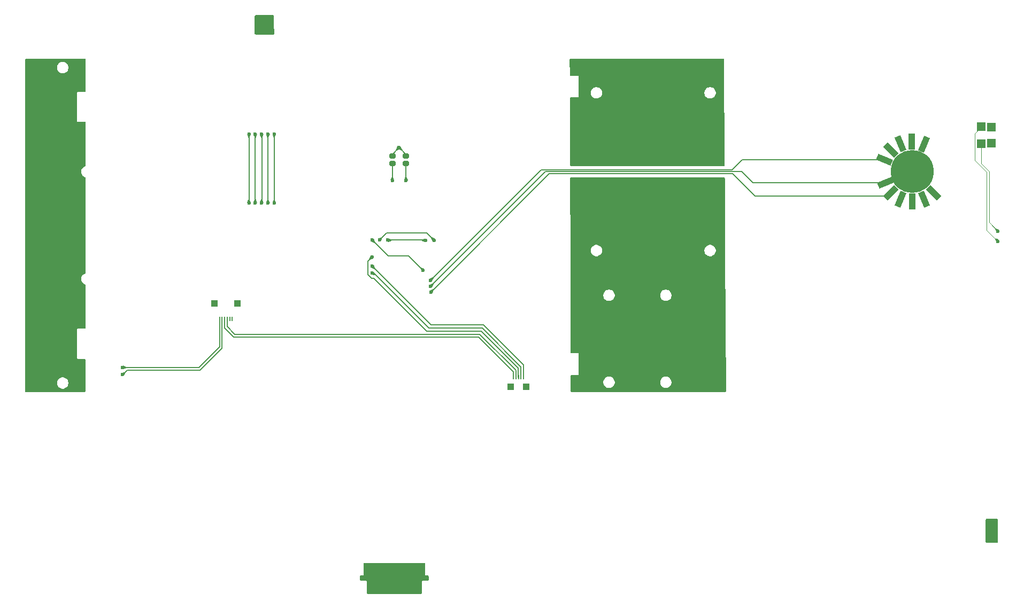
<source format=gbl>
%TF.GenerationSoftware,KiCad,Pcbnew,9.0.3*%
%TF.CreationDate,2025-09-09T23:23:58+03:00*%
%TF.ProjectId,Back,4261636b-2e6b-4696-9361-645f70636258,rev?*%
%TF.SameCoordinates,Original*%
%TF.FileFunction,Copper,L2,Bot*%
%TF.FilePolarity,Positive*%
%FSLAX46Y46*%
G04 Gerber Fmt 4.6, Leading zero omitted, Abs format (unit mm)*
G04 Created by KiCad (PCBNEW 9.0.3) date 2025-09-09 23:23:58*
%MOMM*%
%LPD*%
G01*
G04 APERTURE LIST*
G04 Aperture macros list*
%AMRoundRect*
0 Rectangle with rounded corners*
0 $1 Rounding radius*
0 $2 $3 $4 $5 $6 $7 $8 $9 X,Y pos of 4 corners*
0 Add a 4 corners polygon primitive as box body*
4,1,4,$2,$3,$4,$5,$6,$7,$8,$9,$2,$3,0*
0 Add four circle primitives for the rounded corners*
1,1,$1+$1,$2,$3*
1,1,$1+$1,$4,$5*
1,1,$1+$1,$6,$7*
1,1,$1+$1,$8,$9*
0 Add four rect primitives between the rounded corners*
20,1,$1+$1,$2,$3,$4,$5,0*
20,1,$1+$1,$4,$5,$6,$7,0*
20,1,$1+$1,$6,$7,$8,$9,0*
20,1,$1+$1,$8,$9,$2,$3,0*%
%AMRotRect*
0 Rectangle, with rotation*
0 The origin of the aperture is its center*
0 $1 length*
0 $2 width*
0 $3 Rotation angle, in degrees counterclockwise*
0 Add horizontal line*
21,1,$1,$2,0,0,$3*%
G04 Aperture macros list end*
%TA.AperFunction,SMDPad,CuDef*%
%ADD10R,1.400000X1.400000*%
%TD*%
%TA.AperFunction,SMDPad,CuDef*%
%ADD11R,1.000000X2.500000*%
%TD*%
%TA.AperFunction,SMDPad,CuDef*%
%ADD12RotRect,1.000000X2.500000X22.500000*%
%TD*%
%TA.AperFunction,SMDPad,CuDef*%
%ADD13RotRect,1.000000X2.500000X337.500000*%
%TD*%
%TA.AperFunction,SMDPad,CuDef*%
%ADD14RotRect,1.000000X2.500000X45.000000*%
%TD*%
%TA.AperFunction,SMDPad,CuDef*%
%ADD15RotRect,1.000000X2.500000X67.500000*%
%TD*%
%TA.AperFunction,SMDPad,CuDef*%
%ADD16RotRect,1.000000X2.500000X135.000000*%
%TD*%
%TA.AperFunction,SMDPad,CuDef*%
%ADD17RotRect,1.000000X2.500000X225.000000*%
%TD*%
%TA.AperFunction,SMDPad,CuDef*%
%ADD18RotRect,1.000000X2.500000X202.500000*%
%TD*%
%TA.AperFunction,SMDPad,CuDef*%
%ADD19RotRect,1.000000X2.500000X157.500000*%
%TD*%
%TA.AperFunction,SMDPad,CuDef*%
%ADD20C,6.800000*%
%TD*%
%TA.AperFunction,SMDPad,CuDef*%
%ADD21RotRect,1.000000X2.500000X112.500000*%
%TD*%
%TA.AperFunction,SMDPad,CuDef*%
%ADD22RoundRect,0.200000X-0.300000X0.200000X-0.300000X-0.200000X0.300000X-0.200000X0.300000X0.200000X0*%
%TD*%
%TA.AperFunction,SMDPad,CuDef*%
%ADD23R,0.240000X0.800000*%
%TD*%
%TA.AperFunction,SMDPad,CuDef*%
%ADD24R,1.000000X1.000000*%
%TD*%
%TA.AperFunction,ViaPad*%
%ADD25C,0.600000*%
%TD*%
%TA.AperFunction,Conductor*%
%ADD26C,0.200000*%
%TD*%
%TA.AperFunction,Conductor*%
%ADD27C,0.100000*%
%TD*%
G04 APERTURE END LIST*
D10*
%TO.P,SW14,4*%
%TO.N,N/C*%
X212520000Y-60900000D03*
%TO.P,SW14,3*%
X212520000Y-63520000D03*
%TO.P,SW14,2,B*%
%TO.N,Net-(J3-Pin_5)*%
X210940000Y-60880000D03*
%TO.P,SW14,1,A*%
%TO.N,Net-(J3-Pin_4)*%
X210920000Y-63530000D03*
%TD*%
D11*
%TO.P,SW12,3,A*%
%TO.N,Net-(J1-Pin_34)*%
X199970000Y-63240000D03*
D12*
X198190000Y-63600000D03*
D13*
X201840000Y-63610000D03*
D14*
X196660000Y-64610000D03*
D15*
X195620000Y-66130000D03*
D16*
%TO.P,SW12,2,C*%
%TO.N,Net-(J1-Pin_33)*%
X196620000Y-71350000D03*
D17*
X203370000Y-71360000D03*
D18*
X201860000Y-72380000D03*
D19*
X198180000Y-72390000D03*
D11*
X200030000Y-72750000D03*
D20*
%TO.P,SW12,1,B*%
%TO.N,Net-(J1-Pin_32)*%
X200000000Y-68000000D03*
D21*
X195750000Y-69780000D03*
%TD*%
D22*
%TO.P,C2,1*%
%TO.N,Net-(J1-Pin_28)*%
X119850000Y-65490000D03*
%TO.P,C2,2*%
%TO.N,Net-(J1-Pin_26)*%
X119850000Y-66690000D03*
%TD*%
%TO.P,C1,1*%
%TO.N,Net-(J1-Pin_28)*%
X117710000Y-65490000D03*
%TO.P,C1,2*%
%TO.N,Net-(J1-Pin_25)*%
X117710000Y-66690000D03*
%TD*%
D23*
%TO.P,J5,1,Pin_1*%
%TO.N,Net-(J5-Pin_1)*%
X90350000Y-91360000D03*
%TO.P,J5,2,Pin_2*%
%TO.N,Net-(J5-Pin_2)*%
X90750000Y-91360000D03*
%TO.P,J5,3,Pin_3*%
%TO.N,Net-(J2-Pin_5)*%
X91150000Y-91360000D03*
%TO.P,J5,4,Pin_4*%
%TO.N,Net-(J2-Pin_4)*%
X91550000Y-91360000D03*
%TO.P,J5,5,Pin_5*%
%TO.N,unconnected-(J5-Pin_5-Pad5)*%
X91950000Y-91360000D03*
%TO.P,J5,6,Pin_6*%
%TO.N,unconnected-(J5-Pin_6-Pad6)*%
X92350000Y-91360000D03*
D24*
%TO.P,J5,SH*%
%TO.N,N/C*%
X89530000Y-88860000D03*
X93170000Y-88860000D03*
%TD*%
D23*
%TO.P,J2,1,Pin_1*%
%TO.N,Net-(J1-Pin_14)*%
X138460000Y-100545000D03*
%TO.P,J2,2,Pin_2*%
%TO.N,Net-(J1-Pin_13)*%
X138060000Y-100545000D03*
%TO.P,J2,3,Pin_3*%
%TO.N,Net-(J1-Pin_15)*%
X137660000Y-100545000D03*
%TO.P,J2,4,Pin_4*%
%TO.N,Net-(J2-Pin_4)*%
X137260000Y-100545000D03*
%TO.P,J2,5,Pin_5*%
%TO.N,Net-(J2-Pin_5)*%
X136860000Y-100545000D03*
D24*
%TO.P,J2,SH*%
%TO.N,N/C*%
X138900000Y-102095000D03*
X136420000Y-102095000D03*
%TD*%
D25*
%TO.N,Net-(J3-Pin_5)*%
X213580000Y-79030000D03*
%TO.N,Net-(J3-Pin_4)*%
X213600000Y-77450000D03*
%TO.N,Net-(J1-Pin_28)*%
X118770000Y-64180000D03*
%TO.N,Net-(J1-Pin_26)*%
X119850000Y-69420000D03*
%TO.N,Net-(J1-Pin_25)*%
X117710000Y-69400000D03*
%TO.N,Net-(J1-Pin_30)*%
X122580000Y-83670000D03*
X114480000Y-78800000D03*
%TO.N,Net-(J1-Pin_17)*%
X116940000Y-78840000D03*
X122980000Y-78900000D03*
%TO.N,Net-(J1-Pin_16)*%
X124330000Y-78880000D03*
X115650000Y-78840000D03*
%TO.N,Net-(J1-Pin_14)*%
X114500000Y-82940000D03*
%TO.N,Net-(J5-Pin_1)*%
X75000000Y-99020000D03*
%TO.N,Net-(J5-Pin_2)*%
X75000000Y-100180000D03*
%TO.N,Net-(J1-Pin_32)*%
X123770000Y-86170000D03*
%TO.N,Net-(J1-Pin_33)*%
X123780000Y-87090000D03*
%TO.N,Net-(J1-Pin_34)*%
X123740000Y-85200000D03*
%TO.N,Net-(J1-Pin_13)*%
X114497128Y-84082872D03*
%TO.N,Net-(J1-Pin_15)*%
X114500000Y-81490000D03*
%TO.N,Net-(J1-Pin_9)*%
X97000000Y-73000000D03*
X97000000Y-62000000D03*
%TO.N,Net-(J1-Pin_5)*%
X95000000Y-73000000D03*
X95000000Y-62000000D03*
%TO.N,Net-(J1-Pin_7)*%
X96000000Y-73000000D03*
X96000000Y-62000000D03*
%TO.N,Net-(J1-Pin_10)*%
X98000000Y-73000000D03*
X98000000Y-62000000D03*
%TO.N,Net-(J1-Pin_11)*%
X99000000Y-73000000D03*
X99000000Y-62000000D03*
%TD*%
D26*
%TO.N,Net-(J1-Pin_33)*%
X123780000Y-87090000D02*
X142560000Y-68310000D01*
X142560000Y-68310000D02*
X171530000Y-68310000D01*
X175090000Y-71870000D02*
X196100000Y-71870000D01*
X171530000Y-68310000D02*
X175090000Y-71870000D01*
X196100000Y-71870000D02*
X196620000Y-71350000D01*
%TO.N,Net-(J1-Pin_32)*%
X123770000Y-86170000D02*
X141940000Y-68000000D01*
X173030000Y-68000000D02*
X174810000Y-69780000D01*
X141940000Y-68000000D02*
X173030000Y-68000000D01*
X174810000Y-69780000D02*
X195750000Y-69780000D01*
%TO.N,Net-(J1-Pin_34)*%
X123740000Y-85200000D02*
X123750000Y-85200000D01*
X141260000Y-67690000D02*
X171500000Y-67690000D01*
X123750000Y-85200000D02*
X141260000Y-67690000D01*
X173060000Y-66130000D02*
X195620000Y-66130000D01*
X171500000Y-67690000D02*
X173060000Y-66130000D01*
D27*
%TO.N,Net-(J3-Pin_4)*%
X212180000Y-76030000D02*
X212180000Y-67930000D01*
X210920000Y-66670000D02*
X210920000Y-63530000D01*
%TO.N,Net-(J3-Pin_5)*%
X211790000Y-68070000D02*
X209890000Y-66170000D01*
X209890000Y-66170000D02*
X209890000Y-61930000D01*
%TO.N,Net-(J3-Pin_4)*%
X212180000Y-67930000D02*
X210920000Y-66670000D01*
%TO.N,Net-(J3-Pin_5)*%
X209890000Y-61930000D02*
X210940000Y-60880000D01*
X213580000Y-79030000D02*
X211790000Y-77240000D01*
%TO.N,Net-(J3-Pin_4)*%
X213600000Y-77450000D02*
X212180000Y-76030000D01*
%TO.N,Net-(J3-Pin_5)*%
X211790000Y-77240000D02*
X211790000Y-68070000D01*
D26*
%TO.N,Net-(J1-Pin_28)*%
X118770000Y-64180000D02*
X117710000Y-65240000D01*
X117710000Y-65240000D02*
X117710000Y-65490000D01*
X118770000Y-64180000D02*
X118780000Y-64180000D01*
X118780000Y-64180000D02*
X119850000Y-65250000D01*
X119850000Y-65250000D02*
X119850000Y-65490000D01*
%TO.N,Net-(J1-Pin_25)*%
X117710000Y-66703183D02*
X117700000Y-66693183D01*
X117710000Y-69400000D02*
X117710000Y-66703183D01*
%TO.N,Net-(J1-Pin_26)*%
X119850000Y-69420000D02*
X119850000Y-66690000D01*
%TO.N,Net-(J5-Pin_1)*%
X75000000Y-99020000D02*
X87100000Y-99020000D01*
X87100000Y-99020000D02*
X90350000Y-95770000D01*
X90350000Y-95770000D02*
X90350000Y-91360000D01*
%TO.N,Net-(J5-Pin_2)*%
X90750000Y-95970000D02*
X90750000Y-91360000D01*
X75010000Y-100180000D02*
X75750000Y-99440000D01*
X75750000Y-99440000D02*
X87280000Y-99440000D01*
X87280000Y-99440000D02*
X90750000Y-95970000D01*
X75000000Y-100180000D02*
X75010000Y-100180000D01*
%TO.N,Net-(J1-Pin_14)*%
X138440000Y-100535000D02*
X138440000Y-98610000D01*
X138440000Y-98610000D02*
X132080000Y-92250000D01*
X132080000Y-92250000D02*
X123810000Y-92250000D01*
X123810000Y-92250000D02*
X114500000Y-82940000D01*
%TO.N,Net-(J1-Pin_13)*%
X114782872Y-84082872D02*
X123490000Y-92790000D01*
X123490000Y-92790000D02*
X131920000Y-92790000D01*
X138060000Y-98930000D02*
X138060000Y-100515000D01*
X131920000Y-92790000D02*
X138060000Y-98930000D01*
%TO.N,Net-(J1-Pin_15)*%
X114500000Y-81490000D02*
X113790000Y-82200000D01*
X113790000Y-82200000D02*
X113790000Y-84280000D01*
X113790000Y-84280000D02*
X114390000Y-84880000D01*
X114750000Y-84880000D02*
X123170000Y-93300000D01*
X123170000Y-93300000D02*
X131780000Y-93300000D01*
X114390000Y-84880000D02*
X114750000Y-84880000D01*
X131780000Y-93300000D02*
X137640000Y-99160000D01*
X137640000Y-99160000D02*
X137640000Y-100535000D01*
%TO.N,Net-(J2-Pin_4)*%
X91550000Y-91360000D02*
X91550000Y-92560000D01*
X131559000Y-93769000D02*
X137240000Y-99450000D01*
X91550000Y-92560000D02*
X92759000Y-93769000D01*
X92759000Y-93769000D02*
X131559000Y-93769000D01*
X137240000Y-99450000D02*
X137240000Y-100535000D01*
%TO.N,Net-(J1-Pin_30)*%
X122580000Y-83670000D02*
X120250000Y-81340000D01*
X120250000Y-81340000D02*
X117020000Y-81340000D01*
X117020000Y-81340000D02*
X114480000Y-78800000D01*
%TO.N,Net-(J1-Pin_17)*%
X122980000Y-78940000D02*
X122980000Y-78900000D01*
X122880000Y-78840000D02*
X122980000Y-78940000D01*
X116940000Y-78840000D02*
X122880000Y-78840000D01*
%TO.N,Net-(J1-Pin_16)*%
X115650000Y-78840000D02*
X116770000Y-77720000D01*
X116770000Y-77720000D02*
X123170000Y-77720000D01*
X123170000Y-77720000D02*
X124330000Y-78880000D01*
D27*
%TO.N,Net-(J1-Pin_13)*%
X114497128Y-84082872D02*
X114782872Y-84082872D01*
D26*
%TO.N,Net-(J1-Pin_9)*%
X97020000Y-62020000D02*
X97000000Y-62000000D01*
X97020000Y-72960000D02*
X97020000Y-62020000D01*
%TO.N,Net-(J1-Pin_5)*%
X95000000Y-62000000D02*
X95000000Y-73000000D01*
%TO.N,Net-(J1-Pin_7)*%
X95870000Y-73020000D02*
X96000000Y-72890000D01*
X96000000Y-72890000D02*
X96000000Y-62000000D01*
%TO.N,Net-(J1-Pin_10)*%
X98000000Y-72990000D02*
X98000000Y-62000000D01*
%TO.N,Net-(J1-Pin_11)*%
X99000000Y-62000000D02*
X99000000Y-72990000D01*
X99000000Y-72990000D02*
X99020000Y-73010000D01*
%TO.N,Net-(J2-Pin_5)*%
X91150000Y-91360000D02*
X91150000Y-92780000D01*
X92570000Y-94200000D02*
X131330000Y-94200000D01*
X131330000Y-94200000D02*
X136840000Y-99710000D01*
X91150000Y-92780000D02*
X92570000Y-94200000D01*
X136840000Y-99710000D02*
X136840000Y-100535000D01*
%TD*%
%TA.AperFunction,NonConductor*%
G36*
X98897539Y-43220185D02*
G01*
X98943294Y-43272989D01*
X98954500Y-43324500D01*
X98954500Y-45289992D01*
X98969799Y-45326928D01*
X98976583Y-45337080D01*
X98973639Y-45339047D01*
X98997166Y-45382133D01*
X99000000Y-45408491D01*
X99000000Y-46126000D01*
X98980315Y-46193039D01*
X98927511Y-46238794D01*
X98876000Y-46250000D01*
X96051362Y-46250000D01*
X96021921Y-46241355D01*
X95991935Y-46234832D01*
X95986919Y-46231077D01*
X95984323Y-46230315D01*
X95963681Y-46213681D01*
X95886319Y-46136319D01*
X95852834Y-46074996D01*
X95850000Y-46048638D01*
X95850000Y-45418491D01*
X95869685Y-45351452D01*
X95886319Y-45330810D01*
X95890200Y-45326929D01*
X95905500Y-45289991D01*
X95905500Y-43324500D01*
X95925185Y-43257461D01*
X95977989Y-43211706D01*
X96029500Y-43200500D01*
X98830500Y-43200500D01*
X98897539Y-43220185D01*
G37*
%TD.AperFunction*%
%TA.AperFunction,NonConductor*%
G36*
X69102715Y-50120185D02*
G01*
X69148470Y-50172989D01*
X69159675Y-50224686D01*
X69156547Y-52297485D01*
X69152171Y-55195687D01*
X69132385Y-55262697D01*
X69079512Y-55308372D01*
X69028171Y-55319500D01*
X67880007Y-55319500D01*
X67843071Y-55334799D01*
X67814799Y-55363071D01*
X67799500Y-55400007D01*
X67799500Y-60019992D01*
X67814799Y-60056928D01*
X67814800Y-60056929D01*
X67843071Y-60085200D01*
X67880009Y-60100500D01*
X67880011Y-60100500D01*
X69020579Y-60100500D01*
X69087618Y-60120185D01*
X69133373Y-60172989D01*
X69144579Y-60224687D01*
X69134305Y-67028668D01*
X69114519Y-67095678D01*
X69061646Y-67141353D01*
X69057758Y-67143042D01*
X68915456Y-67201985D01*
X68915446Y-67201990D01*
X68767965Y-67300535D01*
X68767961Y-67300538D01*
X68642538Y-67425961D01*
X68642535Y-67425965D01*
X68543990Y-67573446D01*
X68543983Y-67573459D01*
X68476106Y-67737332D01*
X68476103Y-67737341D01*
X68441500Y-67911304D01*
X68441500Y-68088695D01*
X68476103Y-68262658D01*
X68476106Y-68262667D01*
X68543983Y-68426540D01*
X68543990Y-68426553D01*
X68642535Y-68574034D01*
X68642538Y-68574038D01*
X68767961Y-68699461D01*
X68767965Y-68699464D01*
X68915446Y-68798009D01*
X68915459Y-68798016D01*
X69054825Y-68855743D01*
X69109229Y-68899584D01*
X69131294Y-68965878D01*
X69131373Y-68970491D01*
X69108624Y-84039306D01*
X69088838Y-84106316D01*
X69035965Y-84151991D01*
X69032076Y-84153680D01*
X68915459Y-84201983D01*
X68915446Y-84201990D01*
X68767965Y-84300535D01*
X68767961Y-84300538D01*
X68642538Y-84425961D01*
X68642535Y-84425965D01*
X68543990Y-84573446D01*
X68543983Y-84573459D01*
X68476106Y-84737332D01*
X68476103Y-84737341D01*
X68441500Y-84911304D01*
X68441500Y-85088695D01*
X68476103Y-85262658D01*
X68476106Y-85262667D01*
X68543983Y-85426540D01*
X68543990Y-85426553D01*
X68642535Y-85574034D01*
X68642538Y-85574038D01*
X68767961Y-85699461D01*
X68767965Y-85699464D01*
X68915446Y-85798009D01*
X68915453Y-85798013D01*
X69029178Y-85845119D01*
X69083580Y-85888958D01*
X69105646Y-85955252D01*
X69105725Y-85959866D01*
X69095436Y-92775687D01*
X69075650Y-92842697D01*
X69022777Y-92888372D01*
X68971436Y-92899500D01*
X67880007Y-92899500D01*
X67843071Y-92914799D01*
X67814799Y-92943071D01*
X67799500Y-92980007D01*
X67799500Y-97599992D01*
X67814799Y-97636928D01*
X67814800Y-97636929D01*
X67843071Y-97665200D01*
X67880009Y-97680500D01*
X67880011Y-97680500D01*
X68963844Y-97680500D01*
X69030883Y-97700185D01*
X69076638Y-97752989D01*
X69087843Y-97804685D01*
X69080958Y-102365896D01*
X69080339Y-102775687D01*
X69060553Y-102842697D01*
X69007680Y-102888372D01*
X68956339Y-102899500D01*
X59658849Y-102899500D01*
X59591810Y-102879815D01*
X59546055Y-102827011D01*
X59534849Y-102775500D01*
X59534849Y-101411304D01*
X64599500Y-101411304D01*
X64599500Y-101588695D01*
X64634103Y-101762658D01*
X64634106Y-101762667D01*
X64701983Y-101926540D01*
X64701990Y-101926553D01*
X64800535Y-102074034D01*
X64800538Y-102074038D01*
X64925961Y-102199461D01*
X64925965Y-102199464D01*
X65073446Y-102298009D01*
X65073459Y-102298016D01*
X65196363Y-102348923D01*
X65237334Y-102365894D01*
X65237336Y-102365894D01*
X65237341Y-102365896D01*
X65411304Y-102400499D01*
X65411307Y-102400500D01*
X65411309Y-102400500D01*
X65588693Y-102400500D01*
X65588694Y-102400499D01*
X65646682Y-102388964D01*
X65762658Y-102365896D01*
X65762661Y-102365894D01*
X65762666Y-102365894D01*
X65926547Y-102298013D01*
X66074035Y-102199464D01*
X66199464Y-102074035D01*
X66298013Y-101926547D01*
X66365894Y-101762666D01*
X66400500Y-101588691D01*
X66400500Y-101411309D01*
X66400500Y-101411306D01*
X66400499Y-101411304D01*
X66365896Y-101237341D01*
X66365893Y-101237332D01*
X66298016Y-101073459D01*
X66298009Y-101073446D01*
X66199464Y-100925965D01*
X66199461Y-100925961D01*
X66074038Y-100800538D01*
X66074034Y-100800535D01*
X65926553Y-100701990D01*
X65926540Y-100701983D01*
X65762667Y-100634106D01*
X65762658Y-100634103D01*
X65588694Y-100599500D01*
X65588691Y-100599500D01*
X65411309Y-100599500D01*
X65411306Y-100599500D01*
X65237341Y-100634103D01*
X65237332Y-100634106D01*
X65073459Y-100701983D01*
X65073446Y-100701990D01*
X64925965Y-100800535D01*
X64925961Y-100800538D01*
X64800538Y-100925961D01*
X64800535Y-100925965D01*
X64701990Y-101073446D01*
X64701983Y-101073459D01*
X64634106Y-101237332D01*
X64634103Y-101237341D01*
X64599500Y-101411304D01*
X59534849Y-101411304D01*
X59534849Y-51411304D01*
X64599500Y-51411304D01*
X64599500Y-51588695D01*
X64634103Y-51762658D01*
X64634106Y-51762667D01*
X64701983Y-51926540D01*
X64701990Y-51926553D01*
X64800535Y-52074034D01*
X64800538Y-52074038D01*
X64925961Y-52199461D01*
X64925965Y-52199464D01*
X65073446Y-52298009D01*
X65073459Y-52298016D01*
X65196363Y-52348923D01*
X65237334Y-52365894D01*
X65237336Y-52365894D01*
X65237341Y-52365896D01*
X65411304Y-52400499D01*
X65411307Y-52400500D01*
X65411309Y-52400500D01*
X65588693Y-52400500D01*
X65588694Y-52400499D01*
X65646682Y-52388964D01*
X65762658Y-52365896D01*
X65762661Y-52365894D01*
X65762666Y-52365894D01*
X65926547Y-52298013D01*
X66074035Y-52199464D01*
X66199464Y-52074035D01*
X66298013Y-51926547D01*
X66365894Y-51762666D01*
X66400500Y-51588691D01*
X66400500Y-51411309D01*
X66400500Y-51411306D01*
X66400499Y-51411304D01*
X66365896Y-51237341D01*
X66365893Y-51237332D01*
X66298016Y-51073459D01*
X66298009Y-51073446D01*
X66199464Y-50925965D01*
X66199461Y-50925961D01*
X66074038Y-50800538D01*
X66074034Y-50800535D01*
X65926553Y-50701990D01*
X65926540Y-50701983D01*
X65762667Y-50634106D01*
X65762658Y-50634103D01*
X65588694Y-50599500D01*
X65588691Y-50599500D01*
X65411309Y-50599500D01*
X65411306Y-50599500D01*
X65237341Y-50634103D01*
X65237332Y-50634106D01*
X65073459Y-50701983D01*
X65073446Y-50701990D01*
X64925965Y-50800535D01*
X64925961Y-50800538D01*
X64800538Y-50925961D01*
X64800535Y-50925965D01*
X64701990Y-51073446D01*
X64701983Y-51073459D01*
X64634106Y-51237332D01*
X64634103Y-51237341D01*
X64599500Y-51411304D01*
X59534849Y-51411304D01*
X59534849Y-50224500D01*
X59554534Y-50157461D01*
X59607338Y-50111706D01*
X59658849Y-50100500D01*
X69035676Y-50100500D01*
X69102715Y-50120185D01*
G37*
%TD.AperFunction*%
%TA.AperFunction,NonConductor*%
G36*
X170127169Y-50100377D02*
G01*
X170194201Y-50120070D01*
X170239949Y-50172880D01*
X170251146Y-50223767D01*
X170333351Y-66964891D01*
X170313995Y-67032026D01*
X170261417Y-67078040D01*
X170209352Y-67089500D01*
X145958349Y-67089500D01*
X145891310Y-67069815D01*
X145845555Y-67017011D01*
X145834350Y-66965899D01*
X145800273Y-56365896D01*
X145800205Y-56344898D01*
X145819674Y-56277796D01*
X145872330Y-56231872D01*
X145924204Y-56220500D01*
X147119989Y-56220500D01*
X147119991Y-56220500D01*
X147156929Y-56205200D01*
X147185200Y-56176929D01*
X147200500Y-56139991D01*
X147200500Y-55411304D01*
X149099500Y-55411304D01*
X149099500Y-55588695D01*
X149134103Y-55762658D01*
X149134106Y-55762667D01*
X149201983Y-55926540D01*
X149201990Y-55926553D01*
X149300535Y-56074034D01*
X149300538Y-56074038D01*
X149425961Y-56199461D01*
X149425965Y-56199464D01*
X149573446Y-56298009D01*
X149573459Y-56298016D01*
X149686645Y-56344898D01*
X149737334Y-56365894D01*
X149737336Y-56365894D01*
X149737341Y-56365896D01*
X149911304Y-56400499D01*
X149911307Y-56400500D01*
X149911309Y-56400500D01*
X150088693Y-56400500D01*
X150088694Y-56400499D01*
X150146682Y-56388964D01*
X150262658Y-56365896D01*
X150262661Y-56365894D01*
X150262666Y-56365894D01*
X150426547Y-56298013D01*
X150574035Y-56199464D01*
X150699464Y-56074035D01*
X150798013Y-55926547D01*
X150865894Y-55762666D01*
X150900500Y-55588691D01*
X150900500Y-55411309D01*
X150900500Y-55411306D01*
X150900499Y-55411304D01*
X167099500Y-55411304D01*
X167099500Y-55588695D01*
X167134103Y-55762658D01*
X167134106Y-55762667D01*
X167201983Y-55926540D01*
X167201990Y-55926553D01*
X167300535Y-56074034D01*
X167300538Y-56074038D01*
X167425961Y-56199461D01*
X167425965Y-56199464D01*
X167573446Y-56298009D01*
X167573459Y-56298016D01*
X167686645Y-56344898D01*
X167737334Y-56365894D01*
X167737336Y-56365894D01*
X167737341Y-56365896D01*
X167911304Y-56400499D01*
X167911307Y-56400500D01*
X167911309Y-56400500D01*
X168088693Y-56400500D01*
X168088694Y-56400499D01*
X168146682Y-56388964D01*
X168262658Y-56365896D01*
X168262661Y-56365894D01*
X168262666Y-56365894D01*
X168426547Y-56298013D01*
X168574035Y-56199464D01*
X168699464Y-56074035D01*
X168798013Y-55926547D01*
X168865894Y-55762666D01*
X168900500Y-55588691D01*
X168900500Y-55411309D01*
X168900500Y-55411306D01*
X168900499Y-55411304D01*
X168865896Y-55237341D01*
X168865893Y-55237332D01*
X168798016Y-55073459D01*
X168798009Y-55073446D01*
X168699464Y-54925965D01*
X168699461Y-54925961D01*
X168574038Y-54800538D01*
X168574034Y-54800535D01*
X168426553Y-54701990D01*
X168426540Y-54701983D01*
X168262667Y-54634106D01*
X168262658Y-54634103D01*
X168088694Y-54599500D01*
X168088691Y-54599500D01*
X167911309Y-54599500D01*
X167911306Y-54599500D01*
X167737341Y-54634103D01*
X167737332Y-54634106D01*
X167573459Y-54701983D01*
X167573446Y-54701990D01*
X167425965Y-54800535D01*
X167425961Y-54800538D01*
X167300538Y-54925961D01*
X167300535Y-54925965D01*
X167201990Y-55073446D01*
X167201983Y-55073459D01*
X167134106Y-55237332D01*
X167134103Y-55237341D01*
X167099500Y-55411304D01*
X150900499Y-55411304D01*
X150865896Y-55237341D01*
X150865893Y-55237332D01*
X150798016Y-55073459D01*
X150798009Y-55073446D01*
X150699464Y-54925965D01*
X150699461Y-54925961D01*
X150574038Y-54800538D01*
X150574034Y-54800535D01*
X150426553Y-54701990D01*
X150426540Y-54701983D01*
X150262667Y-54634106D01*
X150262658Y-54634103D01*
X150088694Y-54599500D01*
X150088691Y-54599500D01*
X149911309Y-54599500D01*
X149911306Y-54599500D01*
X149737341Y-54634103D01*
X149737332Y-54634106D01*
X149573459Y-54701983D01*
X149573446Y-54701990D01*
X149425965Y-54800535D01*
X149425961Y-54800538D01*
X149300538Y-54925961D01*
X149300535Y-54925965D01*
X149201990Y-55073446D01*
X149201983Y-55073459D01*
X149134106Y-55237332D01*
X149134103Y-55237341D01*
X149099500Y-55411304D01*
X147200500Y-55411304D01*
X147200500Y-52900009D01*
X147185200Y-52863071D01*
X147156929Y-52834800D01*
X147156928Y-52834799D01*
X147119992Y-52819500D01*
X147119991Y-52819500D01*
X145912473Y-52819500D01*
X145845434Y-52799815D01*
X145799679Y-52747011D01*
X145788474Y-52695899D01*
X145780526Y-50223767D01*
X145780518Y-50221376D01*
X145799987Y-50154276D01*
X145852643Y-50108352D01*
X145904529Y-50096981D01*
X170127169Y-50100377D01*
G37*
%TD.AperFunction*%
%TA.AperFunction,NonConductor*%
G36*
X170286551Y-68930185D02*
G01*
X170332306Y-68982989D01*
X170343510Y-69033889D01*
X170403247Y-81199461D01*
X170509189Y-102774891D01*
X170489833Y-102842026D01*
X170437255Y-102888040D01*
X170385190Y-102899500D01*
X146073472Y-102899500D01*
X146006433Y-102879815D01*
X145960678Y-102827011D01*
X145949473Y-102775899D01*
X145944684Y-101286304D01*
X151099500Y-101286304D01*
X151099500Y-101463695D01*
X151134103Y-101637658D01*
X151134106Y-101637667D01*
X151201983Y-101801540D01*
X151201990Y-101801553D01*
X151300535Y-101949034D01*
X151300538Y-101949038D01*
X151425961Y-102074461D01*
X151425965Y-102074464D01*
X151573446Y-102173009D01*
X151573459Y-102173016D01*
X151696363Y-102223923D01*
X151737334Y-102240894D01*
X151737336Y-102240894D01*
X151737341Y-102240896D01*
X151911304Y-102275499D01*
X151911307Y-102275500D01*
X151911309Y-102275500D01*
X152088693Y-102275500D01*
X152088694Y-102275499D01*
X152146682Y-102263964D01*
X152262658Y-102240896D01*
X152262661Y-102240894D01*
X152262666Y-102240894D01*
X152426547Y-102173013D01*
X152574035Y-102074464D01*
X152699464Y-101949035D01*
X152798013Y-101801547D01*
X152865894Y-101637666D01*
X152900500Y-101463691D01*
X152900500Y-101286309D01*
X152900500Y-101286306D01*
X152900499Y-101286304D01*
X160099500Y-101286304D01*
X160099500Y-101463695D01*
X160134103Y-101637658D01*
X160134106Y-101637667D01*
X160201983Y-101801540D01*
X160201990Y-101801553D01*
X160300535Y-101949034D01*
X160300538Y-101949038D01*
X160425961Y-102074461D01*
X160425965Y-102074464D01*
X160573446Y-102173009D01*
X160573459Y-102173016D01*
X160696363Y-102223923D01*
X160737334Y-102240894D01*
X160737336Y-102240894D01*
X160737341Y-102240896D01*
X160911304Y-102275499D01*
X160911307Y-102275500D01*
X160911309Y-102275500D01*
X161088693Y-102275500D01*
X161088694Y-102275499D01*
X161146682Y-102263964D01*
X161262658Y-102240896D01*
X161262661Y-102240894D01*
X161262666Y-102240894D01*
X161426547Y-102173013D01*
X161574035Y-102074464D01*
X161699464Y-101949035D01*
X161798013Y-101801547D01*
X161865894Y-101637666D01*
X161900500Y-101463691D01*
X161900500Y-101286309D01*
X161900500Y-101286306D01*
X161900499Y-101286304D01*
X161865896Y-101112341D01*
X161865893Y-101112332D01*
X161798016Y-100948459D01*
X161798009Y-100948446D01*
X161699464Y-100800965D01*
X161699461Y-100800961D01*
X161574038Y-100675538D01*
X161574034Y-100675535D01*
X161426553Y-100576990D01*
X161426540Y-100576983D01*
X161262667Y-100509106D01*
X161262658Y-100509103D01*
X161088694Y-100474500D01*
X161088691Y-100474500D01*
X160911309Y-100474500D01*
X160911306Y-100474500D01*
X160737341Y-100509103D01*
X160737332Y-100509106D01*
X160573459Y-100576983D01*
X160573446Y-100576990D01*
X160425965Y-100675535D01*
X160425961Y-100675538D01*
X160300538Y-100800961D01*
X160300535Y-100800965D01*
X160201990Y-100948446D01*
X160201983Y-100948459D01*
X160134106Y-101112332D01*
X160134103Y-101112341D01*
X160099500Y-101286304D01*
X152900499Y-101286304D01*
X152865896Y-101112341D01*
X152865893Y-101112332D01*
X152798016Y-100948459D01*
X152798009Y-100948446D01*
X152699464Y-100800965D01*
X152699461Y-100800961D01*
X152574038Y-100675538D01*
X152574034Y-100675535D01*
X152426553Y-100576990D01*
X152426540Y-100576983D01*
X152262667Y-100509106D01*
X152262658Y-100509103D01*
X152088694Y-100474500D01*
X152088691Y-100474500D01*
X151911309Y-100474500D01*
X151911306Y-100474500D01*
X151737341Y-100509103D01*
X151737332Y-100509106D01*
X151573459Y-100576983D01*
X151573446Y-100576990D01*
X151425965Y-100675535D01*
X151425961Y-100675538D01*
X151300538Y-100800961D01*
X151300535Y-100800965D01*
X151201990Y-100948446D01*
X151201983Y-100948459D01*
X151134106Y-101112332D01*
X151134103Y-101112341D01*
X151099500Y-101286304D01*
X145944684Y-101286304D01*
X145944666Y-101280616D01*
X145941593Y-100324899D01*
X145961062Y-100257796D01*
X146013718Y-100211872D01*
X146065592Y-100200500D01*
X147119989Y-100200500D01*
X147119991Y-100200500D01*
X147156929Y-100185200D01*
X147185200Y-100156929D01*
X147200500Y-100119991D01*
X147200500Y-96860009D01*
X147185200Y-96823071D01*
X147156929Y-96794800D01*
X147156928Y-96794799D01*
X147119992Y-96779500D01*
X147119991Y-96779500D01*
X146053797Y-96779500D01*
X145986758Y-96759815D01*
X145941003Y-96707011D01*
X145929798Y-96655899D01*
X145900358Y-87498304D01*
X151099500Y-87498304D01*
X151099500Y-87675695D01*
X151134103Y-87849658D01*
X151134106Y-87849667D01*
X151201983Y-88013540D01*
X151201990Y-88013553D01*
X151300535Y-88161034D01*
X151300538Y-88161038D01*
X151425961Y-88286461D01*
X151425965Y-88286464D01*
X151573446Y-88385009D01*
X151573459Y-88385016D01*
X151696363Y-88435923D01*
X151737334Y-88452894D01*
X151737336Y-88452894D01*
X151737341Y-88452896D01*
X151911304Y-88487499D01*
X151911307Y-88487500D01*
X151911309Y-88487500D01*
X152088693Y-88487500D01*
X152088694Y-88487499D01*
X152146682Y-88475964D01*
X152262658Y-88452896D01*
X152262661Y-88452894D01*
X152262666Y-88452894D01*
X152426547Y-88385013D01*
X152574035Y-88286464D01*
X152699464Y-88161035D01*
X152798013Y-88013547D01*
X152865894Y-87849666D01*
X152900500Y-87675691D01*
X152900500Y-87498309D01*
X152900500Y-87498306D01*
X152900499Y-87498304D01*
X160099500Y-87498304D01*
X160099500Y-87675695D01*
X160134103Y-87849658D01*
X160134106Y-87849667D01*
X160201983Y-88013540D01*
X160201990Y-88013553D01*
X160300535Y-88161034D01*
X160300538Y-88161038D01*
X160425961Y-88286461D01*
X160425965Y-88286464D01*
X160573446Y-88385009D01*
X160573459Y-88385016D01*
X160696363Y-88435923D01*
X160737334Y-88452894D01*
X160737336Y-88452894D01*
X160737341Y-88452896D01*
X160911304Y-88487499D01*
X160911307Y-88487500D01*
X160911309Y-88487500D01*
X161088693Y-88487500D01*
X161088694Y-88487499D01*
X161146682Y-88475964D01*
X161262658Y-88452896D01*
X161262661Y-88452894D01*
X161262666Y-88452894D01*
X161426547Y-88385013D01*
X161574035Y-88286464D01*
X161699464Y-88161035D01*
X161798013Y-88013547D01*
X161865894Y-87849666D01*
X161900500Y-87675691D01*
X161900500Y-87498309D01*
X161900500Y-87498306D01*
X161900499Y-87498304D01*
X161865896Y-87324341D01*
X161865893Y-87324332D01*
X161798016Y-87160459D01*
X161798009Y-87160446D01*
X161699464Y-87012965D01*
X161699461Y-87012961D01*
X161574038Y-86887538D01*
X161574034Y-86887535D01*
X161426553Y-86788990D01*
X161426540Y-86788983D01*
X161262667Y-86721106D01*
X161262658Y-86721103D01*
X161088694Y-86686500D01*
X161088691Y-86686500D01*
X160911309Y-86686500D01*
X160911306Y-86686500D01*
X160737341Y-86721103D01*
X160737332Y-86721106D01*
X160573459Y-86788983D01*
X160573446Y-86788990D01*
X160425965Y-86887535D01*
X160425961Y-86887538D01*
X160300538Y-87012961D01*
X160300535Y-87012965D01*
X160201990Y-87160446D01*
X160201983Y-87160459D01*
X160134106Y-87324332D01*
X160134103Y-87324341D01*
X160099500Y-87498304D01*
X152900499Y-87498304D01*
X152865896Y-87324341D01*
X152865893Y-87324332D01*
X152798016Y-87160459D01*
X152798009Y-87160446D01*
X152699464Y-87012965D01*
X152699461Y-87012961D01*
X152574038Y-86887538D01*
X152574034Y-86887535D01*
X152426553Y-86788990D01*
X152426540Y-86788983D01*
X152262667Y-86721106D01*
X152262658Y-86721103D01*
X152088694Y-86686500D01*
X152088691Y-86686500D01*
X151911309Y-86686500D01*
X151911306Y-86686500D01*
X151737341Y-86721103D01*
X151737332Y-86721106D01*
X151573459Y-86788983D01*
X151573446Y-86788990D01*
X151425965Y-86887535D01*
X151425961Y-86887538D01*
X151300538Y-87012961D01*
X151300535Y-87012965D01*
X151201990Y-87160446D01*
X151201983Y-87160459D01*
X151134106Y-87324332D01*
X151134103Y-87324341D01*
X151099500Y-87498304D01*
X145900358Y-87498304D01*
X145900340Y-87492616D01*
X145877574Y-80411304D01*
X149099500Y-80411304D01*
X149099500Y-80588695D01*
X149134103Y-80762658D01*
X149134106Y-80762667D01*
X149201983Y-80926540D01*
X149201990Y-80926553D01*
X149300535Y-81074034D01*
X149300538Y-81074038D01*
X149425961Y-81199461D01*
X149425965Y-81199464D01*
X149573446Y-81298009D01*
X149573459Y-81298016D01*
X149696363Y-81348923D01*
X149737334Y-81365894D01*
X149737336Y-81365894D01*
X149737341Y-81365896D01*
X149911304Y-81400499D01*
X149911307Y-81400500D01*
X149911309Y-81400500D01*
X150088693Y-81400500D01*
X150088694Y-81400499D01*
X150146682Y-81388964D01*
X150262658Y-81365896D01*
X150262661Y-81365894D01*
X150262666Y-81365894D01*
X150426547Y-81298013D01*
X150574035Y-81199464D01*
X150699464Y-81074035D01*
X150798013Y-80926547D01*
X150865894Y-80762666D01*
X150900500Y-80588691D01*
X150900500Y-80411309D01*
X150900500Y-80411306D01*
X150900499Y-80411304D01*
X167099500Y-80411304D01*
X167099500Y-80588695D01*
X167134103Y-80762658D01*
X167134106Y-80762667D01*
X167201983Y-80926540D01*
X167201990Y-80926553D01*
X167300535Y-81074034D01*
X167300538Y-81074038D01*
X167425961Y-81199461D01*
X167425965Y-81199464D01*
X167573446Y-81298009D01*
X167573459Y-81298016D01*
X167696363Y-81348923D01*
X167737334Y-81365894D01*
X167737336Y-81365894D01*
X167737341Y-81365896D01*
X167911304Y-81400499D01*
X167911307Y-81400500D01*
X167911309Y-81400500D01*
X168088693Y-81400500D01*
X168088694Y-81400499D01*
X168146682Y-81388964D01*
X168262658Y-81365896D01*
X168262661Y-81365894D01*
X168262666Y-81365894D01*
X168426547Y-81298013D01*
X168574035Y-81199464D01*
X168699464Y-81074035D01*
X168798013Y-80926547D01*
X168865894Y-80762666D01*
X168900500Y-80588691D01*
X168900500Y-80411309D01*
X168900500Y-80411306D01*
X168900499Y-80411304D01*
X168865896Y-80237341D01*
X168865893Y-80237332D01*
X168798016Y-80073459D01*
X168798009Y-80073446D01*
X168699464Y-79925965D01*
X168699461Y-79925961D01*
X168574038Y-79800538D01*
X168574034Y-79800535D01*
X168426553Y-79701990D01*
X168426540Y-79701983D01*
X168262667Y-79634106D01*
X168262658Y-79634103D01*
X168088694Y-79599500D01*
X168088691Y-79599500D01*
X167911309Y-79599500D01*
X167911306Y-79599500D01*
X167737341Y-79634103D01*
X167737332Y-79634106D01*
X167573459Y-79701983D01*
X167573446Y-79701990D01*
X167425965Y-79800535D01*
X167425961Y-79800538D01*
X167300538Y-79925961D01*
X167300535Y-79925965D01*
X167201990Y-80073446D01*
X167201983Y-80073459D01*
X167134106Y-80237332D01*
X167134103Y-80237341D01*
X167099500Y-80411304D01*
X150900499Y-80411304D01*
X150865896Y-80237341D01*
X150865893Y-80237332D01*
X150798016Y-80073459D01*
X150798009Y-80073446D01*
X150699464Y-79925965D01*
X150699461Y-79925961D01*
X150574038Y-79800538D01*
X150574034Y-79800535D01*
X150426553Y-79701990D01*
X150426540Y-79701983D01*
X150262667Y-79634106D01*
X150262658Y-79634103D01*
X150088694Y-79599500D01*
X150088691Y-79599500D01*
X149911309Y-79599500D01*
X149911306Y-79599500D01*
X149737341Y-79634103D01*
X149737332Y-79634106D01*
X149573459Y-79701983D01*
X149573446Y-79701990D01*
X149425965Y-79800535D01*
X149425961Y-79800538D01*
X149300538Y-79925961D01*
X149300535Y-79925965D01*
X149201990Y-80073446D01*
X149201983Y-80073459D01*
X149134106Y-80237332D01*
X149134103Y-80237341D01*
X149099500Y-80411304D01*
X145877574Y-80411304D01*
X145877556Y-80405616D01*
X145841001Y-69034899D01*
X145860470Y-68967796D01*
X145913126Y-68921872D01*
X145965000Y-68910500D01*
X170219512Y-68910500D01*
X170286551Y-68930185D01*
G37*
%TD.AperFunction*%
%TA.AperFunction,NonConductor*%
G36*
X122842539Y-130029685D02*
G01*
X122888294Y-130082489D01*
X122899500Y-130134000D01*
X122899500Y-131909992D01*
X122914799Y-131946928D01*
X122914800Y-131946929D01*
X122943071Y-131975200D01*
X122980009Y-131990500D01*
X122980011Y-131990500D01*
X123019992Y-131990500D01*
X123024014Y-131989700D01*
X123048205Y-131987317D01*
X123318683Y-131987317D01*
X123385722Y-132007002D01*
X123431477Y-132059806D01*
X123442683Y-132111317D01*
X123442683Y-132662317D01*
X123422998Y-132729356D01*
X123370194Y-132775111D01*
X123318683Y-132786317D01*
X122523190Y-132786317D01*
X122486254Y-132801616D01*
X122449347Y-132838524D01*
X122447255Y-132836432D01*
X122408020Y-132869214D01*
X122363933Y-132879394D01*
X122350000Y-132879999D01*
X122350000Y-134786000D01*
X122330315Y-134853039D01*
X122277511Y-134898794D01*
X122226000Y-134910000D01*
X113774000Y-134910000D01*
X113706961Y-134890315D01*
X113661206Y-134837511D01*
X113650000Y-134786000D01*
X113650000Y-132880000D01*
X113649999Y-132879999D01*
X113649212Y-132880006D01*
X113582007Y-132860895D01*
X113558014Y-132837528D01*
X113557019Y-132838524D01*
X113520111Y-132801616D01*
X113483175Y-132786317D01*
X113483174Y-132786317D01*
X112687683Y-132786317D01*
X112620644Y-132766632D01*
X112574889Y-132713828D01*
X112563683Y-132662317D01*
X112563683Y-132111317D01*
X112583368Y-132044278D01*
X112636172Y-131998523D01*
X112687683Y-131987317D01*
X113023172Y-131987317D01*
X113023174Y-131987317D01*
X113060112Y-131972017D01*
X113088383Y-131943746D01*
X113103683Y-131906808D01*
X113103683Y-130134000D01*
X113123368Y-130066961D01*
X113176172Y-130021206D01*
X113227683Y-130010000D01*
X122775500Y-130010000D01*
X122842539Y-130029685D01*
G37*
%TD.AperFunction*%
%TA.AperFunction,NonConductor*%
G36*
X213490506Y-123000935D02*
G01*
X213537356Y-123052769D01*
X213549665Y-123106957D01*
X213540325Y-126656326D01*
X213520464Y-126723314D01*
X213467539Y-126768930D01*
X213416325Y-126780000D01*
X211764000Y-126780000D01*
X211696961Y-126760315D01*
X211651206Y-126707511D01*
X211640000Y-126656000D01*
X211640000Y-123141430D01*
X211659685Y-123074391D01*
X211712489Y-123028636D01*
X211761401Y-123017457D01*
X213423069Y-122982658D01*
X213490506Y-123000935D01*
G37*
%TD.AperFunction*%
%TA.AperFunction,Conductor*%
%TO.N,Net-(J1-Pin_33)*%
G36*
X124135277Y-86604902D02*
G01*
X124265097Y-86734722D01*
X124268524Y-86742995D01*
X124267422Y-86747953D01*
X124035193Y-87244373D01*
X124028583Y-87250414D01*
X124019637Y-87250013D01*
X124018127Y-87249164D01*
X123781265Y-87092015D01*
X123777984Y-87088734D01*
X123620835Y-86851872D01*
X123619116Y-86843084D01*
X123624116Y-86835655D01*
X123625621Y-86834808D01*
X124122048Y-86602576D01*
X124130992Y-86602176D01*
X124135277Y-86604902D01*
G37*
%TD.AperFunction*%
%TD*%
%TA.AperFunction,Conductor*%
%TO.N,Net-(J1-Pin_32)*%
G36*
X124125277Y-85684902D02*
G01*
X124255097Y-85814722D01*
X124258524Y-85822995D01*
X124257422Y-85827953D01*
X124025193Y-86324373D01*
X124018583Y-86330414D01*
X124009637Y-86330013D01*
X124008127Y-86329164D01*
X123771265Y-86172015D01*
X123767984Y-86168734D01*
X123610835Y-85931872D01*
X123609116Y-85923084D01*
X123614116Y-85915655D01*
X123615621Y-85914808D01*
X124112048Y-85682576D01*
X124120992Y-85682176D01*
X124125277Y-85684902D01*
G37*
%TD.AperFunction*%
%TD*%
%TA.AperFunction,Conductor*%
%TO.N,Net-(J1-Pin_34)*%
G36*
X124100206Y-84719831D02*
G01*
X124230024Y-84849649D01*
X124233451Y-84857922D01*
X124232290Y-84863003D01*
X123995268Y-85354585D01*
X123988588Y-85360549D01*
X123979648Y-85360043D01*
X123978261Y-85359253D01*
X123741265Y-85202015D01*
X123737984Y-85198734D01*
X123734977Y-85194201D01*
X123580922Y-84962004D01*
X123579204Y-84953218D01*
X123584204Y-84945789D01*
X123585834Y-84944885D01*
X124087100Y-84717448D01*
X124096049Y-84717152D01*
X124100206Y-84719831D01*
G37*
%TD.AperFunction*%
%TD*%
%TA.AperFunction,Conductor*%
%TO.N,Net-(J3-Pin_5)*%
G36*
X213202166Y-78577003D02*
G01*
X213629120Y-78732341D01*
X213635723Y-78738390D01*
X213636601Y-78745587D01*
X213582219Y-79022989D01*
X213577265Y-79030448D01*
X213572989Y-79032219D01*
X213295587Y-79086601D01*
X213286809Y-79084830D01*
X213282341Y-79079120D01*
X213160992Y-78745587D01*
X213127004Y-78652168D01*
X213127396Y-78643225D01*
X213129723Y-78639901D01*
X213189899Y-78579725D01*
X213198171Y-78576299D01*
X213202166Y-78577003D01*
G37*
%TD.AperFunction*%
%TD*%
%TA.AperFunction,Conductor*%
%TO.N,Net-(J3-Pin_4)*%
G36*
X213222166Y-76997003D02*
G01*
X213649120Y-77152341D01*
X213655723Y-77158390D01*
X213656601Y-77165587D01*
X213602219Y-77442989D01*
X213597265Y-77450448D01*
X213592989Y-77452219D01*
X213315587Y-77506601D01*
X213306809Y-77504830D01*
X213302341Y-77499120D01*
X213180992Y-77165587D01*
X213147004Y-77072168D01*
X213147396Y-77063225D01*
X213149723Y-77059901D01*
X213209899Y-76999725D01*
X213218171Y-76996299D01*
X213222166Y-76997003D01*
G37*
%TD.AperFunction*%
%TD*%
%TA.AperFunction,Conductor*%
%TO.N,Net-(J1-Pin_28)*%
G36*
X118530362Y-64019986D02*
G01*
X118531872Y-64020835D01*
X118768734Y-64177984D01*
X118772015Y-64181265D01*
X118929164Y-64418127D01*
X118930883Y-64426915D01*
X118925883Y-64434344D01*
X118924373Y-64435193D01*
X118427953Y-64667422D01*
X118419007Y-64667823D01*
X118414722Y-64665097D01*
X118284902Y-64535277D01*
X118281475Y-64527004D01*
X118282575Y-64522051D01*
X118514806Y-64025625D01*
X118521416Y-64019585D01*
X118530362Y-64019986D01*
G37*
%TD.AperFunction*%
%TD*%
%TA.AperFunction,Conductor*%
%TO.N,Net-(J1-Pin_28)*%
G36*
X119024478Y-64024027D02*
G01*
X119025268Y-64025414D01*
X119262290Y-64516996D01*
X119262796Y-64525936D01*
X119260024Y-64530350D01*
X119130206Y-64660168D01*
X119121933Y-64663595D01*
X119117099Y-64662550D01*
X118615838Y-64435116D01*
X118609720Y-64428577D01*
X118610017Y-64419627D01*
X118610916Y-64418005D01*
X118767985Y-64181263D01*
X118771263Y-64177985D01*
X119008262Y-64020745D01*
X119017049Y-64019027D01*
X119024478Y-64024027D01*
G37*
%TD.AperFunction*%
%TD*%
%TA.AperFunction,Conductor*%
%TO.N,Net-(J1-Pin_25)*%
G36*
X117810070Y-68809191D02*
G01*
X117812796Y-68813476D01*
X117999608Y-69328709D01*
X117999207Y-69337655D01*
X117992597Y-69343696D01*
X117990929Y-69344165D01*
X117712320Y-69400530D01*
X117707680Y-69400530D01*
X117429070Y-69344165D01*
X117421641Y-69339165D01*
X117419922Y-69330377D01*
X117420387Y-69328720D01*
X117607204Y-68813476D01*
X117613245Y-68806866D01*
X117618203Y-68805764D01*
X117801797Y-68805764D01*
X117810070Y-68809191D01*
G37*
%TD.AperFunction*%
%TD*%
%TA.AperFunction,Conductor*%
%TO.N,Net-(J1-Pin_26)*%
G36*
X119950070Y-68829191D02*
G01*
X119952796Y-68833476D01*
X120139608Y-69348709D01*
X120139207Y-69357655D01*
X120132597Y-69363696D01*
X120130929Y-69364165D01*
X119852320Y-69420530D01*
X119847680Y-69420530D01*
X119569070Y-69364165D01*
X119561641Y-69359165D01*
X119559922Y-69350377D01*
X119560387Y-69348720D01*
X119747204Y-68833476D01*
X119753245Y-68826866D01*
X119758203Y-68825764D01*
X119941797Y-68825764D01*
X119950070Y-68829191D01*
G37*
%TD.AperFunction*%
%TD*%
%TA.AperFunction,Conductor*%
%TO.N,Net-(J5-Pin_1)*%
G36*
X75071282Y-98730389D02*
G01*
X75586525Y-98917204D01*
X75593134Y-98923244D01*
X75594236Y-98928202D01*
X75594236Y-99111797D01*
X75590809Y-99120070D01*
X75586524Y-99122796D01*
X75071290Y-99309608D01*
X75062344Y-99309207D01*
X75056303Y-99302597D01*
X75055837Y-99300939D01*
X74999469Y-99022318D01*
X74999469Y-99017680D01*
X75055835Y-98739067D01*
X75060834Y-98731641D01*
X75069622Y-98729922D01*
X75071282Y-98730389D01*
G37*
%TD.AperFunction*%
%TD*%
%TA.AperFunction,Conductor*%
%TO.N,Net-(J5-Pin_2)*%
G36*
X75360206Y-99699831D02*
G01*
X75490024Y-99829649D01*
X75493451Y-99837922D01*
X75492290Y-99843003D01*
X75255268Y-100334585D01*
X75248588Y-100340549D01*
X75239648Y-100340043D01*
X75238261Y-100339253D01*
X75001265Y-100182015D01*
X74997984Y-100178734D01*
X74994977Y-100174201D01*
X74840922Y-99942004D01*
X74839204Y-99933218D01*
X74844204Y-99925789D01*
X74845834Y-99924885D01*
X75347100Y-99697448D01*
X75356049Y-99697152D01*
X75360206Y-99699831D01*
G37*
%TD.AperFunction*%
%TD*%
%TA.AperFunction,Conductor*%
%TO.N,Net-(J1-Pin_14)*%
G36*
X114754344Y-82784116D02*
G01*
X114755193Y-82785626D01*
X114827080Y-82939293D01*
X114946791Y-83195193D01*
X114987422Y-83282046D01*
X114987823Y-83290992D01*
X114985097Y-83295277D01*
X114855277Y-83425097D01*
X114847004Y-83428524D01*
X114842047Y-83427422D01*
X114691428Y-83356961D01*
X114345626Y-83195193D01*
X114339585Y-83188583D01*
X114339986Y-83179637D01*
X114340835Y-83178127D01*
X114497985Y-82941263D01*
X114501263Y-82937985D01*
X114738127Y-82780834D01*
X114746915Y-82779116D01*
X114754344Y-82784116D01*
G37*
%TD.AperFunction*%
%TD*%
%TA.AperFunction,Conductor*%
%TO.N,Net-(J1-Pin_13)*%
G36*
X114672214Y-83841881D02*
G01*
X114673841Y-83843203D01*
X115065705Y-84224513D01*
X115069245Y-84232738D01*
X115065931Y-84241057D01*
X115065819Y-84241171D01*
X114936175Y-84370815D01*
X114927992Y-84374242D01*
X114565314Y-84377033D01*
X114557015Y-84373670D01*
X114553753Y-84367637D01*
X114497382Y-84086951D01*
X114499113Y-84078165D01*
X114499146Y-84078115D01*
X114655977Y-83845054D01*
X114663437Y-83840105D01*
X114672214Y-83841881D01*
G37*
%TD.AperFunction*%
%TD*%
%TA.AperFunction,Conductor*%
%TO.N,Net-(J1-Pin_15)*%
G36*
X114260362Y-81329986D02*
G01*
X114261872Y-81330835D01*
X114498734Y-81487984D01*
X114502015Y-81491265D01*
X114659164Y-81728127D01*
X114660883Y-81736915D01*
X114655883Y-81744344D01*
X114654373Y-81745193D01*
X114157953Y-81977422D01*
X114149007Y-81977823D01*
X114144722Y-81975097D01*
X114014902Y-81845277D01*
X114011475Y-81837004D01*
X114012575Y-81832051D01*
X114244806Y-81335625D01*
X114251416Y-81329585D01*
X114260362Y-81329986D01*
G37*
%TD.AperFunction*%
%TD*%
%TA.AperFunction,Conductor*%
%TO.N,Net-(J1-Pin_30)*%
G36*
X122237949Y-83182576D02*
G01*
X122548713Y-83327953D01*
X122734373Y-83414806D01*
X122740414Y-83421416D01*
X122740013Y-83430362D01*
X122739164Y-83431872D01*
X122582015Y-83668734D01*
X122578734Y-83672015D01*
X122341872Y-83829164D01*
X122333084Y-83830883D01*
X122325655Y-83825883D01*
X122324806Y-83824373D01*
X122251997Y-83668734D01*
X122092576Y-83327951D01*
X122092176Y-83319007D01*
X122094900Y-83314724D01*
X122224723Y-83184901D01*
X122232995Y-83181475D01*
X122237949Y-83182576D01*
G37*
%TD.AperFunction*%
%TD*%
%TA.AperFunction,Conductor*%
%TO.N,Net-(J1-Pin_30)*%
G36*
X114734344Y-78644116D02*
G01*
X114735193Y-78645626D01*
X114807080Y-78799293D01*
X114926791Y-79055193D01*
X114967422Y-79142046D01*
X114967823Y-79150992D01*
X114965097Y-79155277D01*
X114835277Y-79285097D01*
X114827004Y-79288524D01*
X114822047Y-79287422D01*
X114671428Y-79216961D01*
X114325626Y-79055193D01*
X114319585Y-79048583D01*
X114319986Y-79039637D01*
X114320835Y-79038127D01*
X114477985Y-78801263D01*
X114481263Y-78797985D01*
X114718127Y-78640834D01*
X114726915Y-78639116D01*
X114734344Y-78644116D01*
G37*
%TD.AperFunction*%
%TD*%
%TA.AperFunction,Conductor*%
%TO.N,Net-(J1-Pin_17)*%
G36*
X122918445Y-78610055D02*
G01*
X122923782Y-78617246D01*
X122923902Y-78617773D01*
X122980030Y-78895210D01*
X122978311Y-78903998D01*
X122978272Y-78904057D01*
X122819025Y-79140967D01*
X122811566Y-79145921D01*
X122804162Y-79144944D01*
X122392921Y-78943211D01*
X122387003Y-78936491D01*
X122386374Y-78932707D01*
X122386374Y-78749127D01*
X122389801Y-78740854D01*
X122395227Y-78737779D01*
X122909588Y-78608745D01*
X122918445Y-78610055D01*
G37*
%TD.AperFunction*%
%TD*%
%TA.AperFunction,Conductor*%
%TO.N,Net-(J1-Pin_17)*%
G36*
X117011282Y-78550389D02*
G01*
X117526525Y-78737204D01*
X117533134Y-78743244D01*
X117534236Y-78748202D01*
X117534236Y-78931797D01*
X117530809Y-78940070D01*
X117526524Y-78942796D01*
X117011290Y-79129608D01*
X117002344Y-79129207D01*
X116996303Y-79122597D01*
X116995837Y-79120939D01*
X116939469Y-78842318D01*
X116939469Y-78837680D01*
X116995835Y-78559067D01*
X117000834Y-78551641D01*
X117009622Y-78549922D01*
X117011282Y-78550389D01*
G37*
%TD.AperFunction*%
%TD*%
%TA.AperFunction,Conductor*%
%TO.N,Net-(J1-Pin_16)*%
G36*
X116005277Y-78354902D02*
G01*
X116135097Y-78484722D01*
X116138524Y-78492995D01*
X116137422Y-78497953D01*
X115905193Y-78994373D01*
X115898583Y-79000414D01*
X115889637Y-79000013D01*
X115888127Y-78999164D01*
X115651265Y-78842015D01*
X115647984Y-78838734D01*
X115490835Y-78601872D01*
X115489116Y-78593084D01*
X115494116Y-78585655D01*
X115495621Y-78584808D01*
X115992048Y-78352576D01*
X116000992Y-78352176D01*
X116005277Y-78354902D01*
G37*
%TD.AperFunction*%
%TD*%
%TA.AperFunction,Conductor*%
%TO.N,Net-(J1-Pin_16)*%
G36*
X123987949Y-78392576D02*
G01*
X124298713Y-78537953D01*
X124484373Y-78624806D01*
X124490414Y-78631416D01*
X124490013Y-78640362D01*
X124489164Y-78641872D01*
X124332015Y-78878734D01*
X124328734Y-78882015D01*
X124091872Y-79039164D01*
X124083084Y-79040883D01*
X124075655Y-79035883D01*
X124074806Y-79034373D01*
X124001997Y-78878734D01*
X123842576Y-78537951D01*
X123842176Y-78529007D01*
X123844900Y-78524724D01*
X123974723Y-78394901D01*
X123982995Y-78391475D01*
X123987949Y-78392576D01*
G37*
%TD.AperFunction*%
%TD*%
%TA.AperFunction,Conductor*%
%TO.N,Net-(J1-Pin_9)*%
G36*
X97119775Y-72409191D02*
G01*
X97122628Y-72413845D01*
X97290175Y-72928988D01*
X97289475Y-72937916D01*
X97282668Y-72943733D01*
X97281369Y-72944075D01*
X97002320Y-73000530D01*
X96997680Y-73000530D01*
X96719518Y-72944255D01*
X96712089Y-72939255D01*
X96710370Y-72930467D01*
X96710971Y-72928451D01*
X96917058Y-72413119D01*
X96923312Y-72406710D01*
X96927922Y-72405764D01*
X97111502Y-72405764D01*
X97119775Y-72409191D01*
G37*
%TD.AperFunction*%
%TD*%
%TA.AperFunction,Conductor*%
%TO.N,Net-(J1-Pin_9)*%
G36*
X97208279Y-62041137D02*
G01*
X97281369Y-62055924D01*
X97288798Y-62060924D01*
X97290517Y-62069712D01*
X97290175Y-62071011D01*
X97122628Y-62586155D01*
X97116811Y-62592962D01*
X97111502Y-62594236D01*
X96927922Y-62594236D01*
X96919649Y-62590809D01*
X96917058Y-62586880D01*
X96710974Y-62071556D01*
X96711084Y-62062602D01*
X96717494Y-62056348D01*
X96719513Y-62055745D01*
X96997682Y-61999469D01*
X97002318Y-61999469D01*
X97208279Y-62041137D01*
G37*
%TD.AperFunction*%
%TD*%
%TA.AperFunction,Conductor*%
%TO.N,Net-(J1-Pin_5)*%
G36*
X95100070Y-72409191D02*
G01*
X95102796Y-72413476D01*
X95289608Y-72928709D01*
X95289207Y-72937655D01*
X95282597Y-72943696D01*
X95280929Y-72944165D01*
X95002320Y-73000530D01*
X94997680Y-73000530D01*
X94719070Y-72944165D01*
X94711641Y-72939165D01*
X94709922Y-72930377D01*
X94710387Y-72928720D01*
X94897204Y-72413476D01*
X94903245Y-72406866D01*
X94908203Y-72405764D01*
X95091797Y-72405764D01*
X95100070Y-72409191D01*
G37*
%TD.AperFunction*%
%TD*%
%TA.AperFunction,Conductor*%
%TO.N,Net-(J1-Pin_5)*%
G36*
X95280930Y-62055835D02*
G01*
X95288358Y-62060834D01*
X95290077Y-62069622D01*
X95289608Y-62071290D01*
X95102796Y-62586524D01*
X95096755Y-62593134D01*
X95091797Y-62594236D01*
X94908203Y-62594236D01*
X94899930Y-62590809D01*
X94897204Y-62586524D01*
X94849544Y-62455078D01*
X94710391Y-62071288D01*
X94710792Y-62062344D01*
X94717402Y-62056303D01*
X94719056Y-62055837D01*
X94997682Y-61999469D01*
X95002318Y-61999469D01*
X95280930Y-62055835D01*
G37*
%TD.AperFunction*%
%TD*%
%TA.AperFunction,Conductor*%
%TO.N,Net-(J1-Pin_7)*%
G36*
X96280930Y-62055835D02*
G01*
X96288358Y-62060834D01*
X96290077Y-62069622D01*
X96289608Y-62071290D01*
X96102796Y-62586524D01*
X96096755Y-62593134D01*
X96091797Y-62594236D01*
X95908203Y-62594236D01*
X95899930Y-62590809D01*
X95897204Y-62586524D01*
X95849544Y-62455078D01*
X95710391Y-62071288D01*
X95710792Y-62062344D01*
X95717402Y-62056303D01*
X95719056Y-62055837D01*
X95997682Y-61999469D01*
X96002318Y-61999469D01*
X96280930Y-62055835D01*
G37*
%TD.AperFunction*%
%TD*%
%TA.AperFunction,Conductor*%
%TO.N,Net-(J1-Pin_7)*%
G36*
X96100070Y-72409191D02*
G01*
X96102796Y-72413476D01*
X96289608Y-72928709D01*
X96289207Y-72937655D01*
X96282597Y-72943696D01*
X96280929Y-72944165D01*
X96002320Y-73000530D01*
X95997680Y-73000530D01*
X95719070Y-72944165D01*
X95711641Y-72939165D01*
X95709922Y-72930377D01*
X95710387Y-72928720D01*
X95897204Y-72413476D01*
X95903245Y-72406866D01*
X95908203Y-72405764D01*
X96091797Y-72405764D01*
X96100070Y-72409191D01*
G37*
%TD.AperFunction*%
%TD*%
%TA.AperFunction,Conductor*%
%TO.N,Net-(J1-Pin_10)*%
G36*
X98100070Y-72409191D02*
G01*
X98102796Y-72413476D01*
X98289608Y-72928709D01*
X98289207Y-72937655D01*
X98282597Y-72943696D01*
X98280929Y-72944165D01*
X98002320Y-73000530D01*
X97997680Y-73000530D01*
X97719070Y-72944165D01*
X97711641Y-72939165D01*
X97709922Y-72930377D01*
X97710387Y-72928720D01*
X97897204Y-72413476D01*
X97903245Y-72406866D01*
X97908203Y-72405764D01*
X98091797Y-72405764D01*
X98100070Y-72409191D01*
G37*
%TD.AperFunction*%
%TD*%
%TA.AperFunction,Conductor*%
%TO.N,Net-(J1-Pin_10)*%
G36*
X98280930Y-62055835D02*
G01*
X98288358Y-62060834D01*
X98290077Y-62069622D01*
X98289608Y-62071290D01*
X98102796Y-62586524D01*
X98096755Y-62593134D01*
X98091797Y-62594236D01*
X97908203Y-62594236D01*
X97899930Y-62590809D01*
X97897204Y-62586524D01*
X97849544Y-62455078D01*
X97710391Y-62071288D01*
X97710792Y-62062344D01*
X97717402Y-62056303D01*
X97719056Y-62055837D01*
X97997682Y-61999469D01*
X98002318Y-61999469D01*
X98280930Y-62055835D01*
G37*
%TD.AperFunction*%
%TD*%
%TA.AperFunction,Conductor*%
%TO.N,Net-(J1-Pin_11)*%
G36*
X99100070Y-72409191D02*
G01*
X99102796Y-72413476D01*
X99289608Y-72928709D01*
X99289207Y-72937655D01*
X99282597Y-72943696D01*
X99280929Y-72944165D01*
X99002320Y-73000530D01*
X98997680Y-73000530D01*
X98719070Y-72944165D01*
X98711641Y-72939165D01*
X98709922Y-72930377D01*
X98710387Y-72928720D01*
X98897204Y-72413476D01*
X98903245Y-72406866D01*
X98908203Y-72405764D01*
X99091797Y-72405764D01*
X99100070Y-72409191D01*
G37*
%TD.AperFunction*%
%TD*%
%TA.AperFunction,Conductor*%
%TO.N,Net-(J1-Pin_11)*%
G36*
X99280930Y-62055835D02*
G01*
X99288358Y-62060834D01*
X99290077Y-62069622D01*
X99289608Y-62071290D01*
X99102796Y-62586524D01*
X99096755Y-62593134D01*
X99091797Y-62594236D01*
X98908203Y-62594236D01*
X98899930Y-62590809D01*
X98897204Y-62586524D01*
X98849544Y-62455078D01*
X98710391Y-62071288D01*
X98710792Y-62062344D01*
X98717402Y-62056303D01*
X98719056Y-62055837D01*
X98997682Y-61999469D01*
X99002318Y-61999469D01*
X99280930Y-62055835D01*
G37*
%TD.AperFunction*%
%TD*%
M02*

</source>
